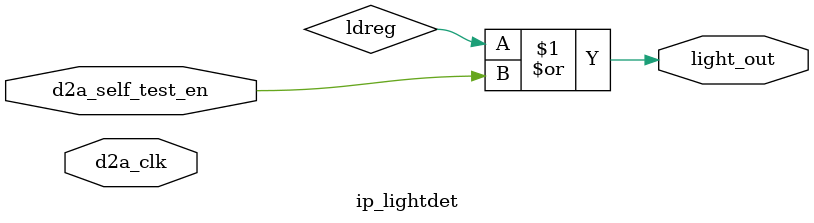
<source format=sv>

module ip_lightdet(
`ifdef MPW
	input  wire analog_test_only,
`endif
	input  wire d2a_clk,
	input  wire d2a_self_test_en,
	output wire light_out
);

`ifndef SYN

	bit ldreg;
	assign light_out = ldreg | d2a_self_test_en;

`endif


endmodule

</source>
